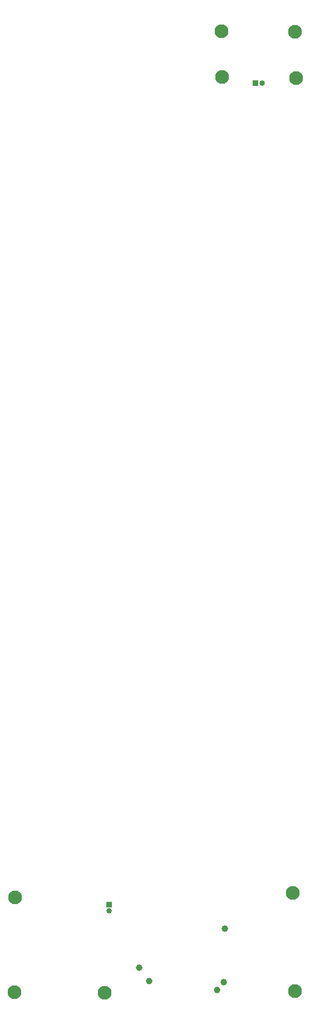
<source format=gbr>
%TF.GenerationSoftware,KiCad,Pcbnew,(5.1.9-0-10_14)*%
%TF.CreationDate,2021-11-23T16:28:05+01:00*%
%TF.ProjectId,leo_headphones,6c656f5f-6865-4616-9470-686f6e65732e,rev?*%
%TF.SameCoordinates,Original*%
%TF.FileFunction,Soldermask,Bot*%
%TF.FilePolarity,Negative*%
%FSLAX46Y46*%
G04 Gerber Fmt 4.6, Leading zero omitted, Abs format (unit mm)*
G04 Created by KiCad (PCBNEW (5.1.9-0-10_14)) date 2021-11-23 16:28:05*
%MOMM*%
%LPD*%
G01*
G04 APERTURE LIST*
%ADD10C,2.100000*%
%ADD11C,1.000000*%
%ADD12O,0.850000X0.850000*%
%ADD13R,0.850000X0.850000*%
G04 APERTURE END LIST*
D10*
%TO.C,H10*%
X142199360Y-121000520D03*
%TD*%
%TO.C,H9*%
X171119800Y-120726200D03*
%TD*%
%TO.C,H8*%
X171109640Y24851360D03*
%TD*%
%TO.C,H7*%
X170789600Y-105846880D03*
%TD*%
%TO.C,H6*%
X159908240Y24922480D03*
%TD*%
%TO.C,H4*%
X160050480Y17973040D03*
%TD*%
%TO.C,H3*%
X171251880Y17830800D03*
%TD*%
%TO.C,H2*%
X128417320Y-120914160D03*
%TD*%
%TO.C,H1*%
X128524000Y-106527600D03*
%TD*%
D11*
%TO.C,U1*%
X160434151Y-111238920D03*
X160284151Y-119388920D03*
X159284151Y-120588920D03*
X147384151Y-117238920D03*
X148934151Y-119238920D03*
%TD*%
D12*
%TO.C,J2*%
X166100000Y17053560D03*
D13*
X165100000Y17053560D03*
%TD*%
D12*
%TO.C,J1*%
X142844520Y-108595160D03*
D13*
X142844520Y-107595160D03*
%TD*%
M02*

</source>
